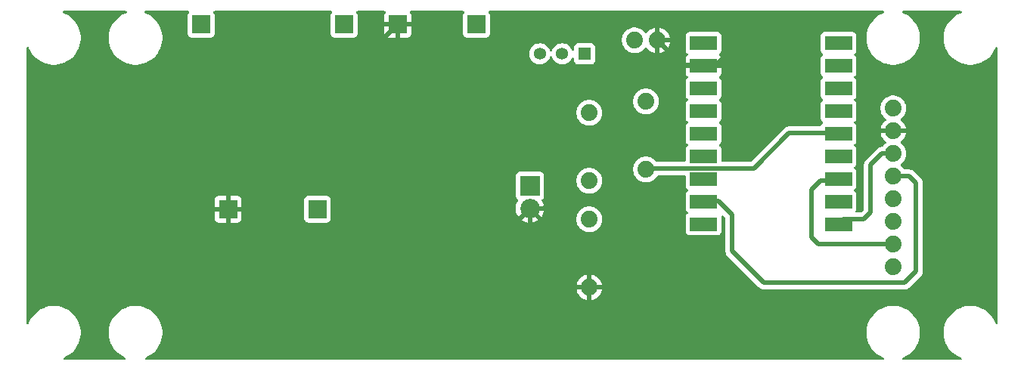
<source format=gbr>
%TF.GenerationSoftware,KiCad,Pcbnew,9.0.6*%
%TF.CreationDate,2026-01-09T06:42:04-06:00*%
%TF.ProjectId,weather_station1,77656174-6865-4725-9f73-746174696f6e,V1.10*%
%TF.SameCoordinates,Original*%
%TF.FileFunction,Copper,L2,Bot*%
%TF.FilePolarity,Positive*%
%FSLAX46Y46*%
G04 Gerber Fmt 4.6, Leading zero omitted, Abs format (unit mm)*
G04 Created by KiCad (PCBNEW 9.0.6) date 2026-01-09 06:42:04*
%MOMM*%
%LPD*%
G01*
G04 APERTURE LIST*
%TA.AperFunction,ComponentPad*%
%ADD10R,3.010000X1.510000*%
%TD*%
%TA.AperFunction,ComponentPad*%
%ADD11C,1.879600*%
%TD*%
%TA.AperFunction,ComponentPad*%
%ADD12R,2.175000X2.175000*%
%TD*%
%TA.AperFunction,ComponentPad*%
%ADD13C,2.175000*%
%TD*%
%TA.AperFunction,ComponentPad*%
%ADD14R,1.354000X1.354000*%
%TD*%
%TA.AperFunction,ComponentPad*%
%ADD15C,1.354000*%
%TD*%
%TA.AperFunction,ComponentPad*%
%ADD16R,2.000000X2.000000*%
%TD*%
%TA.AperFunction,Conductor*%
%ADD17C,0.508000*%
%TD*%
G04 APERTURE END LIST*
D10*
%TO.P,U1,1,VCC*%
%TO.N,5V*%
X160115000Y-99613000D03*
%TO.P,U1,2,GND*%
%TO.N,GND*%
X160115000Y-102150500D03*
%TO.P,U1,3,V3V*%
%TO.N,/3.3V*%
X160115000Y-104688000D03*
%TO.P,U1,4,IO0*%
%TO.N,/BAT_LEVEL*%
X160115000Y-107225500D03*
%TO.P,U1,5,IO1*%
%TO.N,/D{slash}C*%
X160115000Y-109763000D03*
%TO.P,U1,6,IO2*%
%TO.N,unconnected-(U1-IO2-Pad6)*%
X160115000Y-112300500D03*
%TO.P,U1,7,IO3*%
%TO.N,/BUSY*%
X160115000Y-114838000D03*
%TO.P,U1,8,IO4*%
%TO.N,/SCL*%
X160115000Y-117375500D03*
%TO.P,U1,9,IO5*%
%TO.N,unconnected-(U1-IO5-Pad9)*%
X160115000Y-119913000D03*
%TO.P,U1,10,IO6*%
%TO.N,/SDA*%
X175215000Y-119913000D03*
%TO.P,U1,11,IO7*%
%TO.N,/CS*%
X175215000Y-117375500D03*
%TO.P,U1,12,IO8*%
%TO.N,/RES*%
X175215000Y-114838000D03*
%TO.P,U1,13,IO9*%
%TO.N,unconnected-(U1-IO9-Pad13)*%
X175215000Y-112300500D03*
%TO.P,U1,14,IO10*%
%TO.N,Net-(U1-IO10)*%
X175215000Y-109763000D03*
%TO.P,U1,15,IO18*%
%TO.N,unconnected-(U1-IO18-Pad15)*%
X175215000Y-107225500D03*
%TO.P,U1,16,IO19*%
%TO.N,unconnected-(U1-IO19-Pad16)*%
X175215000Y-104688000D03*
%TO.P,U1,17,IO20*%
%TO.N,unconnected-(U1-IO20-Pad17)*%
X175215000Y-102150500D03*
%TO.P,U1,18,IO21*%
%TO.N,unconnected-(U1-IO21-Pad18)*%
X175215000Y-99613000D03*
%TD*%
D11*
%TO.P,R3,2*%
%TO.N,Net-(D1-A)*%
X153670000Y-106162000D03*
%TO.P,R3,1*%
%TO.N,Net-(U1-IO10)*%
X153670000Y-113782000D03*
%TD*%
%TO.P,D1,2,A*%
%TO.N,Net-(D1-A)*%
X152400000Y-99314000D03*
%TO.P,D1,1,K*%
%TO.N,GND*%
X154940000Y-99314000D03*
%TD*%
%TO.P,J1,8,Pin_8*%
%TO.N,/BUSY*%
X181356000Y-124714000D03*
%TO.P,J1,7,Pin_7*%
%TO.N,/RES*%
X181356000Y-122174000D03*
%TO.P,J1,6,Pin_6*%
%TO.N,/D{slash}C*%
X181356000Y-119634000D03*
%TO.P,J1,5,Pin_5*%
%TO.N,/CS*%
X181356000Y-117094000D03*
%TO.P,J1,4,Pin_4*%
%TO.N,/SCL*%
X181356000Y-114554000D03*
%TO.P,J1,3,Pin_3*%
%TO.N,/SDA*%
X181356000Y-112014000D03*
%TO.P,J1,2,Pin_2*%
%TO.N,GND*%
X181356000Y-109474000D03*
%TO.P,J1,1,Pin_1*%
%TO.N,/3.3V*%
X181356000Y-106934000D03*
%TD*%
D12*
%TO.P,J3,1,1*%
%TO.N,/BAT_OUT*%
X140666000Y-115612750D03*
D13*
%TO.P,J3,2,2*%
%TO.N,GND*%
X140666000Y-118152750D03*
%TD*%
D14*
%TO.P,SW1,1,NC*%
%TO.N,unconnected-(SW1-NC-Pad1)*%
X146772000Y-100838000D03*
D15*
%TO.P,SW1,2,COM*%
%TO.N,/BAT_OUT*%
X144272000Y-100838000D03*
%TO.P,SW1,3,NO*%
%TO.N,/BAT+*%
X141772000Y-100838000D03*
%TD*%
D11*
%TO.P,R1,1*%
%TO.N,/BAT_LEVEL*%
X147320000Y-115052000D03*
%TO.P,R1,2*%
%TO.N,/BAT_OUT*%
X147320000Y-107432000D03*
%TD*%
%TO.P,R2,1*%
%TO.N,GND*%
X147320000Y-126990000D03*
%TO.P,R2,2*%
%TO.N,/BAT_LEVEL*%
X147320000Y-119370000D03*
%TD*%
D16*
%TO.P,U2,1,VOUT+*%
%TO.N,5V*%
X134672000Y-97536000D03*
%TO.P,U2,2,VOUT-*%
%TO.N,GND*%
X125872000Y-97536000D03*
%TO.P,U2,3,IN+*%
%TO.N,unconnected-(U2-IN+-Pad3)*%
X119872000Y-97536000D03*
%TO.P,U2,4,IN-*%
%TO.N,unconnected-(U2-IN--Pad4)*%
X103872000Y-97536000D03*
%TO.P,U2,5,BAT-*%
%TO.N,GND*%
X106872000Y-118236000D03*
%TO.P,U2,6,BAT+*%
%TO.N,/BAT+*%
X116872000Y-118236000D03*
%TD*%
D17*
%TO.N,GND*%
X140412000Y-122174000D02*
X140666000Y-122428000D01*
X140666000Y-122428000D02*
X140666000Y-125426000D01*
X106872000Y-120588000D02*
X108458000Y-122174000D01*
X108458000Y-122174000D02*
X140412000Y-122174000D01*
X106872000Y-118236000D02*
X106872000Y-120588000D01*
X106872000Y-116536000D02*
X125872000Y-97536000D01*
X106872000Y-118236000D02*
X106872000Y-116536000D01*
X142250000Y-126990000D02*
X147320000Y-126990000D01*
X142240000Y-127000000D02*
X142250000Y-126990000D01*
X140666000Y-125426000D02*
X142240000Y-127000000D01*
X140666000Y-118152750D02*
X140666000Y-122428000D01*
X156720500Y-102105500D02*
X156464000Y-102362000D01*
X156464000Y-102362000D02*
X156464000Y-107188000D01*
X160160000Y-102105500D02*
X156720500Y-102105500D01*
X142203957Y-118152750D02*
X140666000Y-118152750D01*
X143510000Y-116846707D02*
X142203957Y-118152750D01*
X143510000Y-114554000D02*
X143510000Y-116846707D01*
X151130000Y-112522000D02*
X145542000Y-112522000D01*
X156464000Y-107188000D02*
X151130000Y-112522000D01*
X156464000Y-100838000D02*
X156464000Y-102362000D01*
X154940000Y-99314000D02*
X156464000Y-100838000D01*
X145542000Y-112522000D02*
X143510000Y-114554000D01*
%TO.N,Net-(U1-IO10)*%
X153776400Y-113675600D02*
X153670000Y-113782000D01*
X165724400Y-113675600D02*
X153776400Y-113675600D01*
X169672000Y-109728000D02*
X165724400Y-113675600D01*
X175250000Y-109728000D02*
X175260000Y-109718000D01*
X169672000Y-109728000D02*
X175250000Y-109728000D01*
%TO.N,/SCL*%
X163322000Y-122936000D02*
X166878000Y-126492000D01*
X163322000Y-118872000D02*
X163322000Y-122936000D01*
X166878000Y-126492000D02*
X182626000Y-126492000D01*
X161780500Y-117330500D02*
X163322000Y-118872000D01*
X160160000Y-117330500D02*
X161780500Y-117330500D01*
%TO.N,/SDA*%
X180086000Y-112014000D02*
X181356000Y-112014000D01*
X178816000Y-118618000D02*
X178816000Y-113284000D01*
X178054000Y-119380000D02*
X178816000Y-118618000D01*
X178816000Y-113284000D02*
X180086000Y-112014000D01*
X175748000Y-119380000D02*
X178054000Y-119380000D01*
X175260000Y-119868000D02*
X175748000Y-119380000D01*
%TO.N,/RES*%
X174991000Y-115062000D02*
X175260000Y-114793000D01*
X172212000Y-121412000D02*
X172212000Y-116078000D01*
X173228000Y-115062000D02*
X174991000Y-115062000D01*
X172974000Y-122174000D02*
X172212000Y-121412000D01*
X181356000Y-122174000D02*
X172974000Y-122174000D01*
X172212000Y-116078000D02*
X173228000Y-115062000D01*
%TO.N,/SCL*%
X181356000Y-114554000D02*
X183134000Y-114554000D01*
X183134000Y-114554000D02*
X183896000Y-115316000D01*
X183896000Y-125222000D02*
X182626000Y-126492000D01*
X183896000Y-115316000D02*
X183896000Y-125222000D01*
%TO.N,GND*%
X160160000Y-102105500D02*
X161546500Y-102105500D01*
X179324000Y-109474000D02*
X181356000Y-109474000D01*
X178054000Y-97790000D02*
X178054000Y-108204000D01*
X161546500Y-102105500D02*
X167132000Y-96520000D01*
X167132000Y-96520000D02*
X176784000Y-96520000D01*
X178054000Y-108204000D02*
X179324000Y-109474000D01*
X176784000Y-96520000D02*
X178054000Y-97790000D01*
%TD*%
%TA.AperFunction,Conductor*%
%TO.N,GND*%
G36*
X95481739Y-96032185D02*
G01*
X95527494Y-96084989D01*
X95537438Y-96154147D01*
X95508413Y-96217703D01*
X95455655Y-96253541D01*
X95369945Y-96283532D01*
X95066316Y-96429752D01*
X94780962Y-96609053D01*
X94517477Y-96819174D01*
X94279174Y-97057477D01*
X94069053Y-97320962D01*
X93889752Y-97606316D01*
X93743532Y-97909945D01*
X93632227Y-98228034D01*
X93632223Y-98228046D01*
X93557233Y-98556602D01*
X93557231Y-98556618D01*
X93519500Y-98891491D01*
X93519500Y-99228508D01*
X93557231Y-99563381D01*
X93557233Y-99563397D01*
X93632223Y-99891953D01*
X93632227Y-99891965D01*
X93743532Y-100210054D01*
X93889752Y-100513683D01*
X93889754Y-100513686D01*
X94069054Y-100799039D01*
X94214176Y-100981017D01*
X94259583Y-101037956D01*
X94279175Y-101062523D01*
X94517477Y-101300825D01*
X94780961Y-101510946D01*
X95066314Y-101690246D01*
X95369949Y-101836469D01*
X95552939Y-101900500D01*
X95688034Y-101947772D01*
X95688046Y-101947776D01*
X96016606Y-102022767D01*
X96351492Y-102060499D01*
X96351493Y-102060500D01*
X96351496Y-102060500D01*
X96688507Y-102060500D01*
X96688507Y-102060499D01*
X97023394Y-102022767D01*
X97351954Y-101947776D01*
X97670051Y-101836469D01*
X97973686Y-101690246D01*
X98259039Y-101510946D01*
X98522523Y-101300825D01*
X98760825Y-101062523D01*
X98970946Y-100799039D01*
X99004694Y-100745329D01*
X140594500Y-100745329D01*
X140594500Y-100930671D01*
X140611492Y-101037954D01*
X140623494Y-101113732D01*
X140680769Y-101290007D01*
X140764911Y-101455143D01*
X140764912Y-101455144D01*
X140873853Y-101605090D01*
X141004910Y-101736147D01*
X141034068Y-101757331D01*
X141154856Y-101845088D01*
X141319992Y-101929230D01*
X141319994Y-101929230D01*
X141319997Y-101929232D01*
X141496268Y-101986506D01*
X141679329Y-102015500D01*
X141679330Y-102015500D01*
X141864670Y-102015500D01*
X141864671Y-102015500D01*
X142047732Y-101986506D01*
X142224003Y-101929232D01*
X142389144Y-101845088D01*
X142539090Y-101736147D01*
X142670147Y-101605090D01*
X142779088Y-101455144D01*
X142863232Y-101290003D01*
X142904069Y-101164320D01*
X142943507Y-101106644D01*
X143007865Y-101079446D01*
X143076712Y-101091361D01*
X143128187Y-101138605D01*
X143139931Y-101164320D01*
X143180158Y-101288127D01*
X143180769Y-101290005D01*
X143212667Y-101352609D01*
X143264912Y-101455144D01*
X143373853Y-101605090D01*
X143504910Y-101736147D01*
X143534068Y-101757331D01*
X143654856Y-101845088D01*
X143819992Y-101929230D01*
X143819994Y-101929230D01*
X143819997Y-101929232D01*
X143996268Y-101986506D01*
X144179329Y-102015500D01*
X144179330Y-102015500D01*
X144364670Y-102015500D01*
X144364671Y-102015500D01*
X144547732Y-101986506D01*
X144724003Y-101929232D01*
X144889144Y-101845088D01*
X145039090Y-101736147D01*
X145170147Y-101605090D01*
X145279088Y-101455144D01*
X145360016Y-101296313D01*
X145407989Y-101245519D01*
X145475810Y-101228724D01*
X145541945Y-101251261D01*
X145585397Y-101305976D01*
X145594500Y-101352609D01*
X145594500Y-101562869D01*
X145594501Y-101562876D01*
X145600908Y-101622483D01*
X145651202Y-101757328D01*
X145651206Y-101757335D01*
X145737452Y-101872544D01*
X145737455Y-101872547D01*
X145852664Y-101958793D01*
X145852671Y-101958797D01*
X145987517Y-102009091D01*
X145987516Y-102009091D01*
X145994444Y-102009835D01*
X146047127Y-102015500D01*
X147496872Y-102015499D01*
X147556483Y-102009091D01*
X147691331Y-101958796D01*
X147806546Y-101872546D01*
X147892796Y-101757331D01*
X147943091Y-101622483D01*
X147949500Y-101562873D01*
X147949499Y-100113128D01*
X147943091Y-100053517D01*
X147892796Y-99918669D01*
X147892795Y-99918668D01*
X147892793Y-99918664D01*
X147806547Y-99803455D01*
X147806544Y-99803452D01*
X147691335Y-99717206D01*
X147691328Y-99717202D01*
X147556482Y-99666908D01*
X147556483Y-99666908D01*
X147496883Y-99660501D01*
X147496881Y-99660500D01*
X147496873Y-99660500D01*
X147496864Y-99660500D01*
X146047129Y-99660500D01*
X146047123Y-99660501D01*
X145987516Y-99666908D01*
X145852671Y-99717202D01*
X145852664Y-99717206D01*
X145737455Y-99803452D01*
X145737452Y-99803455D01*
X145651206Y-99918664D01*
X145651202Y-99918671D01*
X145600908Y-100053517D01*
X145598966Y-100071586D01*
X145594501Y-100113123D01*
X145594500Y-100113135D01*
X145594500Y-100323388D01*
X145574815Y-100390427D01*
X145522011Y-100436182D01*
X145452853Y-100446126D01*
X145389297Y-100417101D01*
X145360015Y-100379683D01*
X145279088Y-100220856D01*
X145218884Y-100137991D01*
X145170147Y-100070910D01*
X145039090Y-99939853D01*
X144973161Y-99891953D01*
X144889143Y-99830911D01*
X144724007Y-99746769D01*
X144547732Y-99689494D01*
X144364671Y-99660500D01*
X144179329Y-99660500D01*
X144087798Y-99674997D01*
X143996267Y-99689494D01*
X143819992Y-99746769D01*
X143654856Y-99830911D01*
X143504909Y-99939853D01*
X143373853Y-100070909D01*
X143264911Y-100220856D01*
X143180769Y-100385992D01*
X143139931Y-100511680D01*
X143100493Y-100569355D01*
X143036134Y-100596553D01*
X142967288Y-100584638D01*
X142915812Y-100537394D01*
X142904069Y-100511680D01*
X142873338Y-100417101D01*
X142863232Y-100385997D01*
X142863230Y-100385994D01*
X142863230Y-100385992D01*
X142779088Y-100220856D01*
X142718884Y-100137991D01*
X142670147Y-100070910D01*
X142539090Y-99939853D01*
X142473161Y-99891953D01*
X142389143Y-99830911D01*
X142224007Y-99746769D01*
X142047732Y-99689494D01*
X141864671Y-99660500D01*
X141679329Y-99660500D01*
X141587798Y-99674997D01*
X141496267Y-99689494D01*
X141319992Y-99746769D01*
X141154856Y-99830911D01*
X141004909Y-99939853D01*
X140873853Y-100070909D01*
X140764911Y-100220856D01*
X140680769Y-100385992D01*
X140623494Y-100562267D01*
X140594500Y-100745329D01*
X99004694Y-100745329D01*
X99150246Y-100513686D01*
X99296469Y-100210051D01*
X99407776Y-99891954D01*
X99482767Y-99563394D01*
X99520500Y-99228504D01*
X99520500Y-99200646D01*
X150959700Y-99200646D01*
X150959700Y-99427353D01*
X150995165Y-99651272D01*
X151065219Y-99866880D01*
X151065220Y-99866883D01*
X151091607Y-99918669D01*
X151168013Y-100068623D01*
X151168147Y-100068885D01*
X151301394Y-100252286D01*
X151301398Y-100252291D01*
X151461708Y-100412601D01*
X151461713Y-100412605D01*
X151598080Y-100511680D01*
X151645118Y-100545855D01*
X151771653Y-100610328D01*
X151847116Y-100648779D01*
X151847119Y-100648780D01*
X151954923Y-100683807D01*
X152062729Y-100718835D01*
X152286646Y-100754300D01*
X152286647Y-100754300D01*
X152513353Y-100754300D01*
X152513354Y-100754300D01*
X152737271Y-100718835D01*
X152952883Y-100648779D01*
X153154882Y-100545855D01*
X153338293Y-100412600D01*
X153498600Y-100252293D01*
X153569990Y-100154031D01*
X153625320Y-100111365D01*
X153694933Y-100105386D01*
X153756728Y-100137991D01*
X153770627Y-100154031D01*
X153841776Y-100251961D01*
X154002034Y-100412219D01*
X154002039Y-100412223D01*
X154185376Y-100545424D01*
X154387311Y-100648316D01*
X154602838Y-100718344D01*
X154690000Y-100732149D01*
X154690000Y-99756251D01*
X154743919Y-99787381D01*
X154873120Y-99822000D01*
X155006880Y-99822000D01*
X155136081Y-99787381D01*
X155190000Y-99756251D01*
X155190000Y-100732148D01*
X155277161Y-100718344D01*
X155492688Y-100648316D01*
X155694623Y-100545424D01*
X155877960Y-100412223D01*
X155877965Y-100412219D01*
X156038219Y-100251965D01*
X156038223Y-100251960D01*
X156171424Y-100068623D01*
X156274316Y-99866688D01*
X156344346Y-99651158D01*
X156344346Y-99651155D01*
X156358151Y-99564000D01*
X155382251Y-99564000D01*
X155413381Y-99510081D01*
X155448000Y-99380880D01*
X155448000Y-99247120D01*
X155413381Y-99117919D01*
X155382251Y-99064000D01*
X156358151Y-99064000D01*
X156344346Y-98976844D01*
X156344346Y-98976841D01*
X156301549Y-98845124D01*
X156274316Y-98761311D01*
X156171424Y-98559376D01*
X156038223Y-98376039D01*
X156038219Y-98376034D01*
X155877965Y-98215780D01*
X155877960Y-98215776D01*
X155694623Y-98082575D01*
X155492688Y-97979683D01*
X155277156Y-97909653D01*
X155190000Y-97895848D01*
X155190000Y-98871748D01*
X155136081Y-98840619D01*
X155006880Y-98806000D01*
X154873120Y-98806000D01*
X154743919Y-98840619D01*
X154690000Y-98871748D01*
X154690000Y-97895848D01*
X154602844Y-97909653D01*
X154602841Y-97909653D01*
X154387311Y-97979683D01*
X154185376Y-98082575D01*
X154002039Y-98215776D01*
X154002034Y-98215780D01*
X153841780Y-98376034D01*
X153841776Y-98376039D01*
X153770627Y-98473968D01*
X153715297Y-98516634D01*
X153645684Y-98522613D01*
X153583889Y-98490007D01*
X153569991Y-98473968D01*
X153498605Y-98375712D01*
X153338291Y-98215398D01*
X153338286Y-98215394D01*
X153154885Y-98082147D01*
X153154884Y-98082146D01*
X153154882Y-98082145D01*
X153064318Y-98036000D01*
X152952883Y-97979220D01*
X152952880Y-97979219D01*
X152737272Y-97909165D01*
X152625312Y-97891432D01*
X152513354Y-97873700D01*
X152286646Y-97873700D01*
X152212007Y-97885521D01*
X152062727Y-97909165D01*
X151847119Y-97979219D01*
X151847116Y-97979220D01*
X151645114Y-98082147D01*
X151461713Y-98215394D01*
X151461708Y-98215398D01*
X151301398Y-98375708D01*
X151301394Y-98375713D01*
X151168147Y-98559114D01*
X151065220Y-98761116D01*
X151065219Y-98761119D01*
X150995165Y-98976727D01*
X150959700Y-99200646D01*
X99520500Y-99200646D01*
X99520500Y-98891496D01*
X99482767Y-98556606D01*
X99407776Y-98228046D01*
X99296469Y-97909949D01*
X99150246Y-97606314D01*
X98970946Y-97320961D01*
X98760825Y-97057477D01*
X98522523Y-96819175D01*
X98259039Y-96609054D01*
X97973686Y-96429754D01*
X97973683Y-96429752D01*
X97670054Y-96283532D01*
X97584345Y-96253541D01*
X97527569Y-96212819D01*
X97501822Y-96147867D01*
X97515278Y-96079305D01*
X97563666Y-96028902D01*
X97625300Y-96012500D01*
X102390965Y-96012500D01*
X102458004Y-96032185D01*
X102503759Y-96084989D01*
X102513703Y-96154147D01*
X102490231Y-96210811D01*
X102428206Y-96293664D01*
X102428202Y-96293671D01*
X102377908Y-96428517D01*
X102371501Y-96488116D01*
X102371501Y-96488123D01*
X102371500Y-96488135D01*
X102371500Y-98583870D01*
X102371501Y-98583876D01*
X102377908Y-98643483D01*
X102428202Y-98778328D01*
X102428206Y-98778335D01*
X102514452Y-98893544D01*
X102514455Y-98893547D01*
X102629664Y-98979793D01*
X102629671Y-98979797D01*
X102764517Y-99030091D01*
X102764516Y-99030091D01*
X102771444Y-99030835D01*
X102824127Y-99036500D01*
X104919872Y-99036499D01*
X104979483Y-99030091D01*
X105114331Y-98979796D01*
X105229546Y-98893546D01*
X105315796Y-98778331D01*
X105366091Y-98643483D01*
X105372500Y-98583873D01*
X105372499Y-96488128D01*
X105366091Y-96428517D01*
X105315886Y-96293911D01*
X105315797Y-96293671D01*
X105315793Y-96293664D01*
X105253769Y-96210811D01*
X105229351Y-96145347D01*
X105244202Y-96077074D01*
X105293607Y-96027668D01*
X105353035Y-96012500D01*
X118390965Y-96012500D01*
X118458004Y-96032185D01*
X118503759Y-96084989D01*
X118513703Y-96154147D01*
X118490231Y-96210811D01*
X118428206Y-96293664D01*
X118428202Y-96293671D01*
X118377908Y-96428517D01*
X118371501Y-96488116D01*
X118371501Y-96488123D01*
X118371500Y-96488135D01*
X118371500Y-98583870D01*
X118371501Y-98583876D01*
X118377908Y-98643483D01*
X118428202Y-98778328D01*
X118428206Y-98778335D01*
X118514452Y-98893544D01*
X118514455Y-98893547D01*
X118629664Y-98979793D01*
X118629671Y-98979797D01*
X118764517Y-99030091D01*
X118764516Y-99030091D01*
X118771444Y-99030835D01*
X118824127Y-99036500D01*
X120919872Y-99036499D01*
X120979483Y-99030091D01*
X121114331Y-98979796D01*
X121229546Y-98893546D01*
X121315796Y-98778331D01*
X121366091Y-98643483D01*
X121372500Y-98583873D01*
X121372499Y-97470174D01*
X121372499Y-96488129D01*
X121372498Y-96488123D01*
X121372497Y-96488116D01*
X121366091Y-96428517D01*
X121315886Y-96293911D01*
X121315797Y-96293671D01*
X121315793Y-96293664D01*
X121253769Y-96210811D01*
X121229351Y-96145347D01*
X121244202Y-96077074D01*
X121293607Y-96027668D01*
X121353035Y-96012500D01*
X124391589Y-96012500D01*
X124458628Y-96032185D01*
X124504383Y-96084989D01*
X124514327Y-96154147D01*
X124490856Y-96210811D01*
X124428646Y-96293911D01*
X124428645Y-96293913D01*
X124378403Y-96428620D01*
X124378401Y-96428627D01*
X124372000Y-96488155D01*
X124372000Y-97286000D01*
X125438988Y-97286000D01*
X125406075Y-97343007D01*
X125372000Y-97470174D01*
X125372000Y-97601826D01*
X125406075Y-97728993D01*
X125438988Y-97786000D01*
X124372000Y-97786000D01*
X124372000Y-98583844D01*
X124378401Y-98643372D01*
X124378403Y-98643379D01*
X124428645Y-98778086D01*
X124428649Y-98778093D01*
X124514809Y-98893187D01*
X124514812Y-98893190D01*
X124629906Y-98979350D01*
X124629913Y-98979354D01*
X124764620Y-99029596D01*
X124764627Y-99029598D01*
X124824155Y-99035999D01*
X124824172Y-99036000D01*
X125622000Y-99036000D01*
X125622000Y-97969012D01*
X125679007Y-98001925D01*
X125806174Y-98036000D01*
X125937826Y-98036000D01*
X126064993Y-98001925D01*
X126122000Y-97969012D01*
X126122000Y-99036000D01*
X126919828Y-99036000D01*
X126919844Y-99035999D01*
X126979372Y-99029598D01*
X126979379Y-99029596D01*
X127114086Y-98979354D01*
X127114093Y-98979350D01*
X127229187Y-98893190D01*
X127229190Y-98893187D01*
X127315350Y-98778093D01*
X127315354Y-98778086D01*
X127365596Y-98643379D01*
X127365598Y-98643372D01*
X127371999Y-98583844D01*
X127372000Y-98583827D01*
X127372000Y-97786000D01*
X126305012Y-97786000D01*
X126337925Y-97728993D01*
X126372000Y-97601826D01*
X126372000Y-97470174D01*
X126337925Y-97343007D01*
X126305012Y-97286000D01*
X127372000Y-97286000D01*
X127372000Y-96488172D01*
X127371999Y-96488155D01*
X127365598Y-96428627D01*
X127365596Y-96428620D01*
X127315354Y-96293913D01*
X127315353Y-96293911D01*
X127253144Y-96210811D01*
X127228727Y-96145347D01*
X127243578Y-96077074D01*
X127292983Y-96027668D01*
X127352411Y-96012500D01*
X133190965Y-96012500D01*
X133258004Y-96032185D01*
X133303759Y-96084989D01*
X133313703Y-96154147D01*
X133290231Y-96210811D01*
X133228206Y-96293664D01*
X133228202Y-96293671D01*
X133177908Y-96428517D01*
X133171501Y-96488116D01*
X133171501Y-96488123D01*
X133171500Y-96488135D01*
X133171500Y-98583870D01*
X133171501Y-98583876D01*
X133177908Y-98643483D01*
X133228202Y-98778328D01*
X133228206Y-98778335D01*
X133314452Y-98893544D01*
X133314455Y-98893547D01*
X133429664Y-98979793D01*
X133429671Y-98979797D01*
X133564517Y-99030091D01*
X133564516Y-99030091D01*
X133571444Y-99030835D01*
X133624127Y-99036500D01*
X135719872Y-99036499D01*
X135779483Y-99030091D01*
X135914331Y-98979796D01*
X136029546Y-98893546D01*
X136115796Y-98778331D01*
X136166091Y-98643483D01*
X136172500Y-98583873D01*
X136172499Y-96488128D01*
X136166091Y-96428517D01*
X136115886Y-96293911D01*
X136115797Y-96293671D01*
X136115793Y-96293664D01*
X136053769Y-96210811D01*
X136029351Y-96145347D01*
X136044202Y-96077074D01*
X136093607Y-96027668D01*
X136153035Y-96012500D01*
X180230700Y-96012500D01*
X180297739Y-96032185D01*
X180343494Y-96084989D01*
X180353438Y-96154147D01*
X180324413Y-96217703D01*
X180271655Y-96253541D01*
X180185945Y-96283532D01*
X179882316Y-96429752D01*
X179596962Y-96609053D01*
X179333477Y-96819174D01*
X179095174Y-97057477D01*
X178885053Y-97320962D01*
X178705752Y-97606316D01*
X178559532Y-97909945D01*
X178448227Y-98228034D01*
X178448223Y-98228046D01*
X178373233Y-98556602D01*
X178373231Y-98556618D01*
X178335500Y-98891491D01*
X178335500Y-99228508D01*
X178373231Y-99563381D01*
X178373233Y-99563397D01*
X178448223Y-99891953D01*
X178448227Y-99891965D01*
X178559532Y-100210054D01*
X178705752Y-100513683D01*
X178705754Y-100513686D01*
X178885054Y-100799039D01*
X179030176Y-100981017D01*
X179075583Y-101037956D01*
X179095175Y-101062523D01*
X179333477Y-101300825D01*
X179596961Y-101510946D01*
X179882314Y-101690246D01*
X180185949Y-101836469D01*
X180368939Y-101900500D01*
X180504034Y-101947772D01*
X180504046Y-101947776D01*
X180832606Y-102022767D01*
X181167492Y-102060499D01*
X181167493Y-102060500D01*
X181167496Y-102060500D01*
X181504507Y-102060500D01*
X181504507Y-102060499D01*
X181839394Y-102022767D01*
X182167954Y-101947776D01*
X182486051Y-101836469D01*
X182789686Y-101690246D01*
X183075039Y-101510946D01*
X183338523Y-101300825D01*
X183576825Y-101062523D01*
X183786946Y-100799039D01*
X183966246Y-100513686D01*
X184112469Y-100210051D01*
X184223776Y-99891954D01*
X184298767Y-99563394D01*
X184336500Y-99228504D01*
X184336500Y-98891496D01*
X184298767Y-98556606D01*
X184223776Y-98228046D01*
X184112469Y-97909949D01*
X183966246Y-97606314D01*
X183786946Y-97320961D01*
X183576825Y-97057477D01*
X183338523Y-96819175D01*
X183075039Y-96609054D01*
X182789686Y-96429754D01*
X182789683Y-96429752D01*
X182486054Y-96283532D01*
X182400345Y-96253541D01*
X182343569Y-96212819D01*
X182317822Y-96147867D01*
X182331278Y-96079305D01*
X182379666Y-96028902D01*
X182441300Y-96012500D01*
X188886700Y-96012500D01*
X188953739Y-96032185D01*
X188999494Y-96084989D01*
X189009438Y-96154147D01*
X188980413Y-96217703D01*
X188927655Y-96253541D01*
X188841945Y-96283532D01*
X188538316Y-96429752D01*
X188252962Y-96609053D01*
X187989477Y-96819174D01*
X187751174Y-97057477D01*
X187541053Y-97320962D01*
X187361752Y-97606316D01*
X187215532Y-97909945D01*
X187104227Y-98228034D01*
X187104223Y-98228046D01*
X187029233Y-98556602D01*
X187029231Y-98556618D01*
X186991500Y-98891491D01*
X186991500Y-99228508D01*
X187029231Y-99563381D01*
X187029233Y-99563397D01*
X187104223Y-99891953D01*
X187104227Y-99891965D01*
X187215532Y-100210054D01*
X187361752Y-100513683D01*
X187361754Y-100513686D01*
X187541054Y-100799039D01*
X187686176Y-100981017D01*
X187731583Y-101037956D01*
X187751175Y-101062523D01*
X187989477Y-101300825D01*
X188252961Y-101510946D01*
X188538314Y-101690246D01*
X188841949Y-101836469D01*
X189024939Y-101900500D01*
X189160034Y-101947772D01*
X189160046Y-101947776D01*
X189488606Y-102022767D01*
X189823492Y-102060499D01*
X189823493Y-102060500D01*
X189823496Y-102060500D01*
X190160507Y-102060500D01*
X190160507Y-102060499D01*
X190495394Y-102022767D01*
X190823954Y-101947776D01*
X191142051Y-101836469D01*
X191445686Y-101690246D01*
X191731039Y-101510946D01*
X191994523Y-101300825D01*
X192232825Y-101062523D01*
X192442946Y-100799039D01*
X192622246Y-100513686D01*
X192768469Y-100210051D01*
X192798460Y-100124340D01*
X192839180Y-100067568D01*
X192904133Y-100041821D01*
X192972695Y-100055277D01*
X193023097Y-100103665D01*
X193039500Y-100165299D01*
X193039500Y-130974700D01*
X193019815Y-131041739D01*
X192967011Y-131087494D01*
X192897853Y-131097438D01*
X192834297Y-131068413D01*
X192798459Y-131015655D01*
X192784128Y-130974700D01*
X192768469Y-130929949D01*
X192622246Y-130626314D01*
X192442946Y-130340961D01*
X192232825Y-130077477D01*
X191994523Y-129839175D01*
X191731039Y-129629054D01*
X191445686Y-129449754D01*
X191445683Y-129449752D01*
X191142054Y-129303532D01*
X190823965Y-129192227D01*
X190823953Y-129192223D01*
X190495397Y-129117233D01*
X190495381Y-129117231D01*
X190160508Y-129079500D01*
X190160504Y-129079500D01*
X189823496Y-129079500D01*
X189823491Y-129079500D01*
X189488618Y-129117231D01*
X189488602Y-129117233D01*
X189160046Y-129192223D01*
X189160034Y-129192227D01*
X188841945Y-129303532D01*
X188538316Y-129449752D01*
X188252962Y-129629053D01*
X187989477Y-129839174D01*
X187751174Y-130077477D01*
X187541053Y-130340962D01*
X187361752Y-130626316D01*
X187215532Y-130929945D01*
X187104227Y-131248034D01*
X187104223Y-131248046D01*
X187029233Y-131576602D01*
X187029231Y-131576618D01*
X186991500Y-131911491D01*
X186991500Y-132248508D01*
X187029231Y-132583381D01*
X187029233Y-132583397D01*
X187104223Y-132911953D01*
X187104227Y-132911965D01*
X187215532Y-133230054D01*
X187361752Y-133533683D01*
X187361754Y-133533686D01*
X187541054Y-133819039D01*
X187751175Y-134082523D01*
X187989477Y-134320825D01*
X188252961Y-134530946D01*
X188538314Y-134710246D01*
X188841949Y-134856469D01*
X188898171Y-134876142D01*
X188922405Y-134884622D01*
X188979181Y-134925344D01*
X189004928Y-134990296D01*
X188991471Y-135058858D01*
X188943084Y-135109261D01*
X188881395Y-135125663D01*
X182454603Y-135122825D01*
X182387572Y-135103111D01*
X182341841Y-135050287D01*
X182331928Y-134981124D01*
X182360981Y-134917581D01*
X182413699Y-134881785D01*
X182486051Y-134856469D01*
X182789686Y-134710246D01*
X183075039Y-134530946D01*
X183338523Y-134320825D01*
X183576825Y-134082523D01*
X183786946Y-133819039D01*
X183966246Y-133533686D01*
X184112469Y-133230051D01*
X184223776Y-132911954D01*
X184298767Y-132583394D01*
X184336500Y-132248504D01*
X184336500Y-131911496D01*
X184298767Y-131576606D01*
X184223776Y-131248046D01*
X184112469Y-130929949D01*
X183966246Y-130626314D01*
X183786946Y-130340961D01*
X183576825Y-130077477D01*
X183338523Y-129839175D01*
X183075039Y-129629054D01*
X182789686Y-129449754D01*
X182789683Y-129449752D01*
X182486054Y-129303532D01*
X182167965Y-129192227D01*
X182167953Y-129192223D01*
X181839397Y-129117233D01*
X181839381Y-129117231D01*
X181504508Y-129079500D01*
X181504504Y-129079500D01*
X181167496Y-129079500D01*
X181167491Y-129079500D01*
X180832618Y-129117231D01*
X180832602Y-129117233D01*
X180504046Y-129192223D01*
X180504034Y-129192227D01*
X180185945Y-129303532D01*
X179882316Y-129449752D01*
X179596962Y-129629053D01*
X179333477Y-129839174D01*
X179095174Y-130077477D01*
X178885053Y-130340962D01*
X178705752Y-130626316D01*
X178559532Y-130929945D01*
X178448227Y-131248034D01*
X178448223Y-131248046D01*
X178373233Y-131576602D01*
X178373231Y-131576618D01*
X178335500Y-131911491D01*
X178335500Y-132248508D01*
X178373231Y-132583381D01*
X178373233Y-132583397D01*
X178448223Y-132911953D01*
X178448227Y-132911965D01*
X178559532Y-133230054D01*
X178705752Y-133533683D01*
X178705754Y-133533686D01*
X178885054Y-133819039D01*
X179095175Y-134082523D01*
X179333477Y-134320825D01*
X179596961Y-134530946D01*
X179882314Y-134710246D01*
X180185949Y-134856469D01*
X180253700Y-134880176D01*
X180255469Y-134880795D01*
X180312245Y-134921516D01*
X180337992Y-134986469D01*
X180324536Y-135055031D01*
X180276148Y-135105433D01*
X180214459Y-135121836D01*
X97737853Y-135085420D01*
X97670822Y-135065706D01*
X97625091Y-135012882D01*
X97615178Y-134943719D01*
X97644231Y-134880176D01*
X97684107Y-134849700D01*
X97973680Y-134710249D01*
X97973680Y-134710248D01*
X97973686Y-134710246D01*
X98259039Y-134530946D01*
X98522523Y-134320825D01*
X98760825Y-134082523D01*
X98970946Y-133819039D01*
X99150246Y-133533686D01*
X99296469Y-133230051D01*
X99407776Y-132911954D01*
X99482767Y-132583394D01*
X99520500Y-132248504D01*
X99520500Y-131911496D01*
X99482767Y-131576606D01*
X99407776Y-131248046D01*
X99296469Y-130929949D01*
X99150246Y-130626314D01*
X98970946Y-130340961D01*
X98760825Y-130077477D01*
X98522523Y-129839175D01*
X98259039Y-129629054D01*
X97973686Y-129449754D01*
X97973683Y-129449752D01*
X97670054Y-129303532D01*
X97351965Y-129192227D01*
X97351953Y-129192223D01*
X97023397Y-129117233D01*
X97023381Y-129117231D01*
X96688508Y-129079500D01*
X96688504Y-129079500D01*
X96351496Y-129079500D01*
X96351491Y-129079500D01*
X96016618Y-129117231D01*
X96016602Y-129117233D01*
X95688046Y-129192223D01*
X95688034Y-129192227D01*
X95369945Y-129303532D01*
X95066316Y-129449752D01*
X94780962Y-129629053D01*
X94517477Y-129839174D01*
X94279174Y-130077477D01*
X94069053Y-130340962D01*
X93889752Y-130626316D01*
X93743532Y-130929945D01*
X93632227Y-131248034D01*
X93632223Y-131248046D01*
X93557233Y-131576602D01*
X93557231Y-131576618D01*
X93519500Y-131911491D01*
X93519500Y-132248508D01*
X93557231Y-132583381D01*
X93557233Y-132583397D01*
X93632223Y-132911953D01*
X93632227Y-132911965D01*
X93743532Y-133230054D01*
X93889752Y-133533683D01*
X93889754Y-133533686D01*
X94069054Y-133819039D01*
X94279175Y-134082523D01*
X94517477Y-134320825D01*
X94780961Y-134530946D01*
X95066314Y-134710246D01*
X95066316Y-134710247D01*
X95353658Y-134848624D01*
X95405517Y-134895446D01*
X95423830Y-134962873D01*
X95402782Y-135029497D01*
X95349056Y-135074166D01*
X95299801Y-135084344D01*
X88602229Y-135081386D01*
X88535198Y-135061672D01*
X88489467Y-135008848D01*
X88479554Y-134939685D01*
X88508607Y-134876142D01*
X88548481Y-134845666D01*
X88829686Y-134710246D01*
X89115039Y-134530946D01*
X89378523Y-134320825D01*
X89616825Y-134082523D01*
X89826946Y-133819039D01*
X90006246Y-133533686D01*
X90152469Y-133230051D01*
X90263776Y-132911954D01*
X90338767Y-132583394D01*
X90376500Y-132248504D01*
X90376500Y-131911496D01*
X90338767Y-131576606D01*
X90263776Y-131248046D01*
X90152469Y-130929949D01*
X90006246Y-130626314D01*
X89826946Y-130340961D01*
X89616825Y-130077477D01*
X89378523Y-129839175D01*
X89115039Y-129629054D01*
X88829686Y-129449754D01*
X88829683Y-129449752D01*
X88526054Y-129303532D01*
X88207965Y-129192227D01*
X88207953Y-129192223D01*
X87879397Y-129117233D01*
X87879381Y-129117231D01*
X87544508Y-129079500D01*
X87544504Y-129079500D01*
X87207496Y-129079500D01*
X87207491Y-129079500D01*
X86872618Y-129117231D01*
X86872602Y-129117233D01*
X86544046Y-129192223D01*
X86544034Y-129192227D01*
X86225945Y-129303532D01*
X85922316Y-129449752D01*
X85636962Y-129629053D01*
X85373477Y-129839174D01*
X85135174Y-130077477D01*
X84925053Y-130340962D01*
X84745752Y-130626316D01*
X84599532Y-130929945D01*
X84569541Y-131015655D01*
X84528819Y-131072431D01*
X84463867Y-131098178D01*
X84395305Y-131084722D01*
X84344902Y-131036334D01*
X84328500Y-130974700D01*
X84328500Y-126740000D01*
X145901849Y-126740000D01*
X146944722Y-126740000D01*
X146900667Y-126816306D01*
X146870000Y-126930756D01*
X146870000Y-127049244D01*
X146900667Y-127163694D01*
X146944722Y-127240000D01*
X145901849Y-127240000D01*
X145915653Y-127327155D01*
X145915653Y-127327158D01*
X145985683Y-127542688D01*
X146088575Y-127744623D01*
X146221776Y-127927960D01*
X146221780Y-127927965D01*
X146382034Y-128088219D01*
X146382039Y-128088223D01*
X146565376Y-128221424D01*
X146767311Y-128324316D01*
X146982838Y-128394344D01*
X147070000Y-128408149D01*
X147070000Y-127365277D01*
X147146306Y-127409333D01*
X147260756Y-127440000D01*
X147379244Y-127440000D01*
X147493694Y-127409333D01*
X147570000Y-127365277D01*
X147570000Y-128408148D01*
X147657161Y-128394344D01*
X147872688Y-128324316D01*
X148074623Y-128221424D01*
X148257960Y-128088223D01*
X148257965Y-128088219D01*
X148418219Y-127927965D01*
X148418223Y-127927960D01*
X148551424Y-127744623D01*
X148654316Y-127542688D01*
X148724346Y-127327158D01*
X148724346Y-127327155D01*
X148738151Y-127240000D01*
X147695278Y-127240000D01*
X147739333Y-127163694D01*
X147770000Y-127049244D01*
X147770000Y-126930756D01*
X147739333Y-126816306D01*
X147695278Y-126740000D01*
X148738151Y-126740000D01*
X148724346Y-126652844D01*
X148724346Y-126652841D01*
X148654316Y-126437311D01*
X148551424Y-126235376D01*
X148418223Y-126052039D01*
X148418219Y-126052034D01*
X148257965Y-125891780D01*
X148257960Y-125891776D01*
X148074623Y-125758575D01*
X147872688Y-125655683D01*
X147657156Y-125585653D01*
X147570000Y-125571848D01*
X147570000Y-126614722D01*
X147493694Y-126570667D01*
X147379244Y-126540000D01*
X147260756Y-126540000D01*
X147146306Y-126570667D01*
X147070000Y-126614722D01*
X147070000Y-125571848D01*
X146982844Y-125585653D01*
X146982841Y-125585653D01*
X146767311Y-125655683D01*
X146565376Y-125758575D01*
X146382039Y-125891776D01*
X146382034Y-125891780D01*
X146221780Y-126052034D01*
X146221776Y-126052039D01*
X146088575Y-126235376D01*
X145985683Y-126437311D01*
X145915653Y-126652841D01*
X145915653Y-126652844D01*
X145901849Y-126740000D01*
X84328500Y-126740000D01*
X84328500Y-117188155D01*
X105372000Y-117188155D01*
X105372000Y-117986000D01*
X106438988Y-117986000D01*
X106406075Y-118043007D01*
X106372000Y-118170174D01*
X106372000Y-118301826D01*
X106406075Y-118428993D01*
X106438988Y-118486000D01*
X105372000Y-118486000D01*
X105372000Y-119283844D01*
X105378401Y-119343372D01*
X105378403Y-119343379D01*
X105428645Y-119478086D01*
X105428649Y-119478093D01*
X105514809Y-119593187D01*
X105514812Y-119593190D01*
X105629906Y-119679350D01*
X105629913Y-119679354D01*
X105764620Y-119729596D01*
X105764627Y-119729598D01*
X105824155Y-119735999D01*
X105824172Y-119736000D01*
X106622000Y-119736000D01*
X106622000Y-118669012D01*
X106679007Y-118701925D01*
X106806174Y-118736000D01*
X106937826Y-118736000D01*
X107064993Y-118701925D01*
X107122000Y-118669012D01*
X107122000Y-119736000D01*
X107919828Y-119736000D01*
X107919844Y-119735999D01*
X107979372Y-119729598D01*
X107979379Y-119729596D01*
X108114086Y-119679354D01*
X108114093Y-119679350D01*
X108229187Y-119593190D01*
X108229190Y-119593187D01*
X108315350Y-119478093D01*
X108315354Y-119478086D01*
X108365596Y-119343379D01*
X108365598Y-119343372D01*
X108371999Y-119283844D01*
X108372000Y-119283827D01*
X108372000Y-118486000D01*
X107305012Y-118486000D01*
X107337925Y-118428993D01*
X107372000Y-118301826D01*
X107372000Y-118170174D01*
X107337925Y-118043007D01*
X107305012Y-117986000D01*
X108372000Y-117986000D01*
X108372000Y-117188164D01*
X108371997Y-117188135D01*
X115371500Y-117188135D01*
X115371500Y-119283870D01*
X115371501Y-119283876D01*
X115377908Y-119343483D01*
X115428202Y-119478328D01*
X115428206Y-119478335D01*
X115514452Y-119593544D01*
X115514455Y-119593547D01*
X115629664Y-119679793D01*
X115629671Y-119679797D01*
X115764517Y-119730091D01*
X115764516Y-119730091D01*
X115771444Y-119730835D01*
X115824127Y-119736500D01*
X117919872Y-119736499D01*
X117979483Y-119730091D01*
X118114331Y-119679796D01*
X118229546Y-119593546D01*
X118315796Y-119478331D01*
X118366091Y-119343483D01*
X118372500Y-119283873D01*
X118372499Y-117188128D01*
X118366091Y-117128517D01*
X118315884Y-116993906D01*
X118315797Y-116993671D01*
X118315793Y-116993664D01*
X118229547Y-116878455D01*
X118229544Y-116878452D01*
X118114335Y-116792206D01*
X118114328Y-116792202D01*
X117979482Y-116741908D01*
X117979483Y-116741908D01*
X117919883Y-116735501D01*
X117919881Y-116735500D01*
X117919873Y-116735500D01*
X117919864Y-116735500D01*
X115824129Y-116735500D01*
X115824123Y-116735501D01*
X115764516Y-116741908D01*
X115629671Y-116792202D01*
X115629664Y-116792206D01*
X115514455Y-116878452D01*
X115514452Y-116878455D01*
X115428206Y-116993664D01*
X115428202Y-116993671D01*
X115377908Y-117128517D01*
X115372866Y-117175423D01*
X115371501Y-117188123D01*
X115371500Y-117188135D01*
X108371997Y-117188135D01*
X108365598Y-117128627D01*
X108365596Y-117128620D01*
X108315354Y-116993913D01*
X108315350Y-116993906D01*
X108229190Y-116878812D01*
X108229187Y-116878809D01*
X108114093Y-116792649D01*
X108114086Y-116792645D01*
X107979379Y-116742403D01*
X107979372Y-116742401D01*
X107919844Y-116736000D01*
X107122000Y-116736000D01*
X107122000Y-117802988D01*
X107064993Y-117770075D01*
X106937826Y-117736000D01*
X106806174Y-117736000D01*
X106679007Y-117770075D01*
X106622000Y-117802988D01*
X106622000Y-116736000D01*
X105824155Y-116736000D01*
X105764627Y-116742401D01*
X105764620Y-116742403D01*
X105629913Y-116792645D01*
X105629906Y-116792649D01*
X105514812Y-116878809D01*
X105514809Y-116878812D01*
X105428649Y-116993906D01*
X105428645Y-116993913D01*
X105378403Y-117128620D01*
X105378401Y-117128627D01*
X105372000Y-117188155D01*
X84328500Y-117188155D01*
X84328500Y-114477385D01*
X139078000Y-114477385D01*
X139078000Y-116748120D01*
X139078001Y-116748126D01*
X139084408Y-116807733D01*
X139134702Y-116942578D01*
X139134706Y-116942585D01*
X139173131Y-116993913D01*
X139220954Y-117057796D01*
X139303367Y-117119490D01*
X139345237Y-117175423D01*
X139350221Y-117245115D01*
X139329374Y-117291640D01*
X139308249Y-117320716D01*
X139194807Y-117543356D01*
X139117588Y-117781009D01*
X139078500Y-118027805D01*
X139078500Y-118277694D01*
X139117588Y-118524490D01*
X139194807Y-118762143D01*
X139308248Y-118984781D01*
X139380697Y-119084497D01*
X139380697Y-119084498D01*
X140007555Y-118457640D01*
X140023513Y-118496166D01*
X140102856Y-118614911D01*
X140203839Y-118715894D01*
X140322584Y-118795237D01*
X140361108Y-118811194D01*
X139734250Y-119438051D01*
X139833968Y-119510501D01*
X140056606Y-119623942D01*
X140294259Y-119701161D01*
X140541056Y-119740250D01*
X140790944Y-119740250D01*
X141037740Y-119701161D01*
X141275393Y-119623942D01*
X141498030Y-119510502D01*
X141597747Y-119438051D01*
X141597748Y-119438051D01*
X141499152Y-119339455D01*
X141416343Y-119256646D01*
X145879700Y-119256646D01*
X145879700Y-119483354D01*
X145897096Y-119593187D01*
X145915165Y-119707272D01*
X145985219Y-119922880D01*
X145985220Y-119922883D01*
X146088147Y-120124885D01*
X146221394Y-120308286D01*
X146221398Y-120308291D01*
X146381708Y-120468601D01*
X146381713Y-120468605D01*
X146524419Y-120572286D01*
X146565118Y-120601855D01*
X146671837Y-120656231D01*
X146767116Y-120704779D01*
X146767119Y-120704780D01*
X146852739Y-120732599D01*
X146982729Y-120774835D01*
X147206646Y-120810300D01*
X147206647Y-120810300D01*
X147433353Y-120810300D01*
X147433354Y-120810300D01*
X147657271Y-120774835D01*
X147872883Y-120704779D01*
X148074882Y-120601855D01*
X148258293Y-120468600D01*
X148418600Y-120308293D01*
X148551855Y-120124882D01*
X148654779Y-119922883D01*
X148724835Y-119707271D01*
X148760300Y-119483354D01*
X148760300Y-119256646D01*
X148724835Y-119032729D01*
X148661591Y-118838083D01*
X148654780Y-118817119D01*
X148654779Y-118817116D01*
X148602342Y-118714204D01*
X148551855Y-118615118D01*
X148500900Y-118544984D01*
X148418605Y-118431713D01*
X148418601Y-118431708D01*
X148258291Y-118271398D01*
X148258286Y-118271394D01*
X148074885Y-118138147D01*
X148074884Y-118138146D01*
X148074882Y-118138145D01*
X148010166Y-118105170D01*
X147872883Y-118035220D01*
X147872880Y-118035219D01*
X147657272Y-117965165D01*
X147545312Y-117947432D01*
X147433354Y-117929700D01*
X147206646Y-117929700D01*
X147133564Y-117941275D01*
X146982727Y-117965165D01*
X146767119Y-118035219D01*
X146767116Y-118035220D01*
X146565114Y-118138147D01*
X146381713Y-118271394D01*
X146381708Y-118271398D01*
X146221398Y-118431708D01*
X146221394Y-118431713D01*
X146088147Y-118615114D01*
X145985220Y-118817116D01*
X145985219Y-118817119D01*
X145915165Y-119032727D01*
X145882988Y-119235886D01*
X145879700Y-119256646D01*
X141416343Y-119256646D01*
X140970891Y-118811194D01*
X141009416Y-118795237D01*
X141128161Y-118715894D01*
X141229144Y-118614911D01*
X141308487Y-118496166D01*
X141324444Y-118457641D01*
X141951301Y-119084498D01*
X141951301Y-119084497D01*
X142023752Y-118984780D01*
X142137192Y-118762143D01*
X142214411Y-118524490D01*
X142253500Y-118277694D01*
X142253500Y-118027805D01*
X142214411Y-117781009D01*
X142137192Y-117543356D01*
X142023751Y-117320718D01*
X142002626Y-117291642D01*
X141979146Y-117225836D01*
X141994971Y-117157782D01*
X142028629Y-117119493D01*
X142111046Y-117057796D01*
X142197296Y-116942581D01*
X142247591Y-116807733D01*
X142254000Y-116748123D01*
X142253999Y-114938646D01*
X145879700Y-114938646D01*
X145879700Y-115165353D01*
X145915165Y-115389272D01*
X145985219Y-115604880D01*
X145985220Y-115604883D01*
X146044188Y-115720612D01*
X146084320Y-115799376D01*
X146088147Y-115806885D01*
X146221394Y-115990286D01*
X146221398Y-115990291D01*
X146381708Y-116150601D01*
X146381713Y-116150605D01*
X146457981Y-116206016D01*
X146565118Y-116283855D01*
X146697166Y-116351137D01*
X146767116Y-116386779D01*
X146767119Y-116386780D01*
X146874923Y-116421807D01*
X146982729Y-116456835D01*
X147206646Y-116492300D01*
X147206647Y-116492300D01*
X147433353Y-116492300D01*
X147433354Y-116492300D01*
X147657271Y-116456835D01*
X147872883Y-116386779D01*
X148074882Y-116283855D01*
X148258293Y-116150600D01*
X148418600Y-115990293D01*
X148551855Y-115806882D01*
X148654779Y-115604883D01*
X148724835Y-115389271D01*
X148760300Y-115165354D01*
X148760300Y-114938646D01*
X148724835Y-114714729D01*
X148672644Y-114554100D01*
X148654780Y-114499119D01*
X148654779Y-114499116D01*
X148613328Y-114417766D01*
X148551855Y-114297118D01*
X148499524Y-114225090D01*
X148418605Y-114113713D01*
X148418601Y-114113708D01*
X148258291Y-113953398D01*
X148258286Y-113953394D01*
X148074884Y-113820146D01*
X147984826Y-113774259D01*
X147872883Y-113717220D01*
X147872880Y-113717219D01*
X147723385Y-113668646D01*
X152229700Y-113668646D01*
X152229700Y-113895353D01*
X152265165Y-114119272D01*
X152335219Y-114334880D01*
X152335220Y-114334883D01*
X152438147Y-114536885D01*
X152571394Y-114720286D01*
X152571398Y-114720291D01*
X152731708Y-114880601D01*
X152731713Y-114880605D01*
X152891684Y-114996829D01*
X152915118Y-115013855D01*
X153047166Y-115081137D01*
X153117116Y-115116779D01*
X153117119Y-115116780D01*
X153224923Y-115151807D01*
X153332729Y-115186835D01*
X153556646Y-115222300D01*
X153556647Y-115222300D01*
X153783353Y-115222300D01*
X153783354Y-115222300D01*
X154007271Y-115186835D01*
X154222883Y-115116779D01*
X154424882Y-115013855D01*
X154608293Y-114880600D01*
X154768600Y-114720293D01*
X154901855Y-114536882D01*
X154909317Y-114522235D01*
X154921767Y-114497804D01*
X154969741Y-114447009D01*
X155032251Y-114430100D01*
X157985500Y-114430100D01*
X158052539Y-114449785D01*
X158098294Y-114502589D01*
X158109500Y-114554100D01*
X158109500Y-115640870D01*
X158109501Y-115640876D01*
X158115908Y-115700483D01*
X158166202Y-115835328D01*
X158166206Y-115835335D01*
X158252452Y-115950544D01*
X158252453Y-115950544D01*
X158252454Y-115950546D01*
X158283349Y-115973674D01*
X158328513Y-116007484D01*
X158370383Y-116063418D01*
X158375367Y-116133109D01*
X158341881Y-116194432D01*
X158328513Y-116206016D01*
X158252452Y-116262955D01*
X158166206Y-116378164D01*
X158166202Y-116378171D01*
X158115908Y-116513017D01*
X158109501Y-116572616D01*
X158109501Y-116572623D01*
X158109500Y-116572635D01*
X158109500Y-118178370D01*
X158109501Y-118178376D01*
X158115908Y-118237983D01*
X158166202Y-118372828D01*
X158166206Y-118372835D01*
X158252452Y-118488044D01*
X158252453Y-118488044D01*
X158252454Y-118488046D01*
X158263301Y-118496166D01*
X158328513Y-118544984D01*
X158370383Y-118600918D01*
X158375367Y-118670609D01*
X158341881Y-118731932D01*
X158328513Y-118743516D01*
X158252452Y-118800455D01*
X158166206Y-118915664D01*
X158166202Y-118915671D01*
X158115908Y-119050517D01*
X158110700Y-119098966D01*
X158109501Y-119110123D01*
X158109500Y-119110135D01*
X158109500Y-120715870D01*
X158109501Y-120715876D01*
X158115908Y-120775483D01*
X158166202Y-120910328D01*
X158166206Y-120910335D01*
X158252452Y-121025544D01*
X158252455Y-121025547D01*
X158367664Y-121111793D01*
X158367671Y-121111797D01*
X158502517Y-121162091D01*
X158502516Y-121162091D01*
X158509444Y-121162835D01*
X158562127Y-121168500D01*
X161667872Y-121168499D01*
X161727483Y-121162091D01*
X161862331Y-121111796D01*
X161977546Y-121025546D01*
X162063796Y-120910331D01*
X162114091Y-120775483D01*
X162120500Y-120715873D01*
X162120499Y-119110128D01*
X162114091Y-119050517D01*
X162113262Y-119042804D01*
X162116485Y-119042457D01*
X162119413Y-118987529D01*
X162160263Y-118930845D01*
X162225274Y-118905245D01*
X162293805Y-118918856D01*
X162324043Y-118941067D01*
X162531181Y-119148205D01*
X162564666Y-119209528D01*
X162567500Y-119235886D01*
X162567500Y-122856552D01*
X162567499Y-122856578D01*
X162567499Y-122861688D01*
X162567499Y-123010312D01*
X162567499Y-123010314D01*
X162567498Y-123010314D01*
X162596493Y-123156073D01*
X162596496Y-123156083D01*
X162653366Y-123293381D01*
X162653372Y-123293392D01*
X162735942Y-123416968D01*
X162735943Y-123416969D01*
X166287600Y-126968624D01*
X166287621Y-126968647D01*
X166397028Y-127078054D01*
X166397035Y-127078060D01*
X166520608Y-127160628D01*
X166520609Y-127160628D01*
X166520610Y-127160629D01*
X166657920Y-127217505D01*
X166803683Y-127246499D01*
X166803687Y-127246500D01*
X166803688Y-127246500D01*
X182545554Y-127246500D01*
X182545574Y-127246501D01*
X182551688Y-127246501D01*
X182700314Y-127246501D01*
X182737009Y-127239200D01*
X182821894Y-127222315D01*
X182846080Y-127217505D01*
X182902955Y-127193946D01*
X182983389Y-127160630D01*
X183106966Y-127078059D01*
X184376963Y-125808060D01*
X184376966Y-125808059D01*
X184482059Y-125702966D01*
X184564629Y-125579390D01*
X184621505Y-125442080D01*
X184650500Y-125296312D01*
X184650500Y-115396446D01*
X184650501Y-115396425D01*
X184650501Y-115241685D01*
X184621506Y-115095926D01*
X184621505Y-115095925D01*
X184621505Y-115095921D01*
X184564630Y-114958611D01*
X184564628Y-114958609D01*
X184564628Y-114958607D01*
X184524885Y-114899129D01*
X184490835Y-114848169D01*
X184482059Y-114835034D01*
X184376966Y-114729941D01*
X184376963Y-114729939D01*
X184183906Y-114536882D01*
X183614969Y-113967943D01*
X183614968Y-113967942D01*
X183491392Y-113885372D01*
X183491391Y-113885371D01*
X183491389Y-113885370D01*
X183491386Y-113885368D01*
X183491381Y-113885366D01*
X183368432Y-113834440D01*
X183360004Y-113830949D01*
X183354080Y-113828495D01*
X183312102Y-113820145D01*
X183309086Y-113819545D01*
X183309082Y-113819544D01*
X183208313Y-113799499D01*
X183208312Y-113799499D01*
X183059688Y-113799499D01*
X183053574Y-113799499D01*
X183053554Y-113799500D01*
X182651314Y-113799500D01*
X182584275Y-113779815D01*
X182550996Y-113748386D01*
X182454600Y-113615707D01*
X182294293Y-113455400D01*
X182196456Y-113384317D01*
X182153791Y-113328989D01*
X182147812Y-113259376D01*
X182180417Y-113197580D01*
X182196456Y-113183682D01*
X182294293Y-113112600D01*
X182454600Y-112952293D01*
X182587855Y-112768882D01*
X182690779Y-112566883D01*
X182760835Y-112351271D01*
X182796300Y-112127354D01*
X182796300Y-111900646D01*
X182760835Y-111676729D01*
X182714146Y-111533034D01*
X182690780Y-111461119D01*
X182690779Y-111461116D01*
X182610300Y-111303169D01*
X182587855Y-111259118D01*
X182536153Y-111187956D01*
X182454605Y-111075713D01*
X182454601Y-111075708D01*
X182294291Y-110915398D01*
X182294286Y-110915394D01*
X182196031Y-110844008D01*
X182153365Y-110788679D01*
X182147386Y-110719065D01*
X182179991Y-110657270D01*
X182196032Y-110643371D01*
X182293963Y-110572221D01*
X182454219Y-110411965D01*
X182454223Y-110411960D01*
X182587424Y-110228623D01*
X182690316Y-110026688D01*
X182760346Y-109811158D01*
X182760346Y-109811155D01*
X182774151Y-109724000D01*
X181798251Y-109724000D01*
X181829381Y-109670081D01*
X181864000Y-109540880D01*
X181864000Y-109407120D01*
X181829381Y-109277919D01*
X181798251Y-109224000D01*
X182774151Y-109224000D01*
X182760346Y-109136844D01*
X182760346Y-109136841D01*
X182690316Y-108921311D01*
X182587424Y-108719376D01*
X182454223Y-108536039D01*
X182454219Y-108536034D01*
X182293961Y-108375776D01*
X182196031Y-108304627D01*
X182153365Y-108249298D01*
X182147386Y-108179684D01*
X182179991Y-108117889D01*
X182196032Y-108103990D01*
X182218066Y-108087982D01*
X182294293Y-108032600D01*
X182454600Y-107872293D01*
X182587855Y-107688882D01*
X182690779Y-107486883D01*
X182760835Y-107271271D01*
X182796300Y-107047354D01*
X182796300Y-106820646D01*
X182760835Y-106596729D01*
X182704267Y-106422628D01*
X182690780Y-106381119D01*
X182690779Y-106381116D01*
X182636889Y-106275353D01*
X182587855Y-106179118D01*
X182539785Y-106112955D01*
X182454605Y-105995713D01*
X182454601Y-105995708D01*
X182294291Y-105835398D01*
X182294286Y-105835394D01*
X182110885Y-105702147D01*
X182110884Y-105702146D01*
X182110882Y-105702145D01*
X182046166Y-105669170D01*
X181908883Y-105599220D01*
X181908880Y-105599219D01*
X181693272Y-105529165D01*
X181581312Y-105511432D01*
X181469354Y-105493700D01*
X181242646Y-105493700D01*
X181168007Y-105505521D01*
X181018727Y-105529165D01*
X180803119Y-105599219D01*
X180803116Y-105599220D01*
X180601114Y-105702147D01*
X180417713Y-105835394D01*
X180417708Y-105835398D01*
X180257398Y-105995708D01*
X180257394Y-105995713D01*
X180124147Y-106179114D01*
X180021220Y-106381116D01*
X180021219Y-106381119D01*
X179951165Y-106596727D01*
X179932452Y-106714880D01*
X179915700Y-106820646D01*
X179915700Y-107047354D01*
X179924084Y-107100286D01*
X179951165Y-107271272D01*
X180021219Y-107486880D01*
X180021220Y-107486883D01*
X180124147Y-107688885D01*
X180257394Y-107872286D01*
X180257398Y-107872291D01*
X180417712Y-108032605D01*
X180515968Y-108103991D01*
X180558634Y-108159320D01*
X180564613Y-108228934D01*
X180532008Y-108290729D01*
X180515968Y-108304627D01*
X180418039Y-108375776D01*
X180418034Y-108375780D01*
X180257780Y-108536034D01*
X180257776Y-108536039D01*
X180124575Y-108719376D01*
X180021683Y-108921311D01*
X179951653Y-109136841D01*
X179951653Y-109136844D01*
X179937849Y-109224000D01*
X180913749Y-109224000D01*
X180882619Y-109277919D01*
X180848000Y-109407120D01*
X180848000Y-109540880D01*
X180882619Y-109670081D01*
X180913749Y-109724000D01*
X179937849Y-109724000D01*
X179951653Y-109811155D01*
X179951653Y-109811158D01*
X180021683Y-110026688D01*
X180124575Y-110228623D01*
X180257776Y-110411960D01*
X180257780Y-110411965D01*
X180418032Y-110572217D01*
X180515968Y-110643371D01*
X180558634Y-110698701D01*
X180564613Y-110768314D01*
X180532008Y-110830110D01*
X180515968Y-110844008D01*
X180417713Y-110915394D01*
X180417708Y-110915398D01*
X180257400Y-111075706D01*
X180238512Y-111101704D01*
X180161003Y-111208385D01*
X180105675Y-111251051D01*
X180060686Y-111259500D01*
X180011683Y-111259500D01*
X179865927Y-111288493D01*
X179865919Y-111288495D01*
X179728608Y-111345371D01*
X179605035Y-111427939D01*
X179605034Y-111427940D01*
X179571859Y-111461116D01*
X179499941Y-111533034D01*
X179499939Y-111533036D01*
X178229943Y-112803030D01*
X178229942Y-112803031D01*
X178147372Y-112926607D01*
X178147366Y-112926618D01*
X178123705Y-112983744D01*
X178123705Y-112983745D01*
X178098871Y-113043699D01*
X178090495Y-113063919D01*
X178090493Y-113063925D01*
X178061499Y-113209685D01*
X178061499Y-113364425D01*
X178061500Y-113364446D01*
X178061500Y-118254113D01*
X178041815Y-118321152D01*
X178025181Y-118341794D01*
X177777794Y-118589181D01*
X177716471Y-118622666D01*
X177690113Y-118625500D01*
X177222370Y-118625500D01*
X177155331Y-118605815D01*
X177109576Y-118553011D01*
X177099632Y-118483853D01*
X177123104Y-118427188D01*
X177136728Y-118408989D01*
X177163796Y-118372831D01*
X177214091Y-118237983D01*
X177220500Y-118178373D01*
X177220499Y-116572628D01*
X177214091Y-116513017D01*
X177193136Y-116456835D01*
X177163797Y-116378171D01*
X177163793Y-116378164D01*
X177077547Y-116262956D01*
X177077548Y-116262956D01*
X177077546Y-116262954D01*
X177001485Y-116206015D01*
X176959616Y-116150083D01*
X176954632Y-116080391D01*
X176988117Y-116019068D01*
X177001480Y-116007488D01*
X177077546Y-115950546D01*
X177163796Y-115835331D01*
X177214091Y-115700483D01*
X177220500Y-115640873D01*
X177220499Y-114035128D01*
X177214091Y-113975517D01*
X177211265Y-113967941D01*
X177163797Y-113840671D01*
X177163793Y-113840664D01*
X177077547Y-113725456D01*
X177077548Y-113725456D01*
X177077546Y-113725454D01*
X177001485Y-113668515D01*
X176959616Y-113612583D01*
X176954632Y-113542891D01*
X176988117Y-113481568D01*
X177001480Y-113469988D01*
X177077546Y-113413046D01*
X177163796Y-113297831D01*
X177214091Y-113162983D01*
X177220500Y-113103373D01*
X177220499Y-111497628D01*
X177214091Y-111438017D01*
X177210332Y-111427939D01*
X177163797Y-111303171D01*
X177163793Y-111303164D01*
X177112123Y-111234143D01*
X177077546Y-111187954D01*
X177001485Y-111131015D01*
X176959616Y-111075083D01*
X176954632Y-111005391D01*
X176988117Y-110944068D01*
X177001480Y-110932488D01*
X177077546Y-110875546D01*
X177163796Y-110760331D01*
X177214091Y-110625483D01*
X177220500Y-110565873D01*
X177220499Y-108960128D01*
X177214091Y-108900517D01*
X177164210Y-108766780D01*
X177163797Y-108765671D01*
X177163793Y-108765664D01*
X177087578Y-108663855D01*
X177077546Y-108650454D01*
X177001485Y-108593515D01*
X176959616Y-108537583D01*
X176954632Y-108467891D01*
X176988117Y-108406568D01*
X177001480Y-108394988D01*
X177077546Y-108338046D01*
X177163796Y-108222831D01*
X177214091Y-108087983D01*
X177220500Y-108028373D01*
X177220499Y-106422628D01*
X177214091Y-106363017D01*
X177203042Y-106333394D01*
X177163797Y-106228171D01*
X177163793Y-106228164D01*
X177077547Y-106112956D01*
X177077548Y-106112956D01*
X177077546Y-106112954D01*
X177001485Y-106056015D01*
X176959616Y-106000083D01*
X176954632Y-105930391D01*
X176988117Y-105869068D01*
X177001480Y-105857488D01*
X177077546Y-105800546D01*
X177163796Y-105685331D01*
X177214091Y-105550483D01*
X177220500Y-105490873D01*
X177220499Y-103885128D01*
X177214091Y-103825517D01*
X177163796Y-103690669D01*
X177163795Y-103690668D01*
X177163793Y-103690664D01*
X177077547Y-103575456D01*
X177077548Y-103575456D01*
X177077546Y-103575454D01*
X177001485Y-103518515D01*
X176959616Y-103462583D01*
X176954632Y-103392891D01*
X176988117Y-103331568D01*
X177001480Y-103319988D01*
X177077546Y-103263046D01*
X177163796Y-103147831D01*
X177214091Y-103012983D01*
X177220500Y-102953373D01*
X177220499Y-101347628D01*
X177214305Y-101290005D01*
X177214091Y-101288016D01*
X177163797Y-101153171D01*
X177163793Y-101153164D01*
X177095938Y-101062523D01*
X177077546Y-101037954D01*
X177001485Y-100981015D01*
X176959616Y-100925083D01*
X176954632Y-100855391D01*
X176988117Y-100794068D01*
X177001480Y-100782488D01*
X177077546Y-100725546D01*
X177163796Y-100610331D01*
X177214091Y-100475483D01*
X177220500Y-100415873D01*
X177220499Y-98810128D01*
X177214091Y-98750517D01*
X177163796Y-98615669D01*
X177163795Y-98615668D01*
X177163793Y-98615664D01*
X177077547Y-98500455D01*
X177077544Y-98500452D01*
X176962335Y-98414206D01*
X176962328Y-98414202D01*
X176827482Y-98363908D01*
X176827483Y-98363908D01*
X176767883Y-98357501D01*
X176767881Y-98357500D01*
X176767873Y-98357500D01*
X176767864Y-98357500D01*
X173662129Y-98357500D01*
X173662123Y-98357501D01*
X173602516Y-98363908D01*
X173467671Y-98414202D01*
X173467664Y-98414206D01*
X173352455Y-98500452D01*
X173352452Y-98500455D01*
X173266206Y-98615664D01*
X173266202Y-98615671D01*
X173215908Y-98750517D01*
X173209501Y-98810116D01*
X173209501Y-98810123D01*
X173209500Y-98810135D01*
X173209500Y-100415870D01*
X173209501Y-100415876D01*
X173215908Y-100475483D01*
X173266202Y-100610328D01*
X173266206Y-100610335D01*
X173352452Y-100725544D01*
X173352453Y-100725544D01*
X173352454Y-100725546D01*
X173406950Y-100766342D01*
X173428513Y-100782484D01*
X173470383Y-100838418D01*
X173475367Y-100908109D01*
X173441881Y-100969432D01*
X173428513Y-100981016D01*
X173352452Y-101037955D01*
X173266206Y-101153164D01*
X173266202Y-101153171D01*
X173215908Y-101288017D01*
X173209501Y-101347616D01*
X173209501Y-101347623D01*
X173209500Y-101347635D01*
X173209500Y-102953370D01*
X173209501Y-102953376D01*
X173215908Y-103012983D01*
X173266202Y-103147828D01*
X173266206Y-103147835D01*
X173352452Y-103263044D01*
X173352453Y-103263044D01*
X173352454Y-103263046D01*
X173406950Y-103303842D01*
X173428513Y-103319984D01*
X173470383Y-103375918D01*
X173475367Y-103445609D01*
X173441881Y-103506932D01*
X173428513Y-103518516D01*
X173352452Y-103575455D01*
X173266206Y-103690664D01*
X173266202Y-103690671D01*
X173215908Y-103825517D01*
X173209501Y-103885116D01*
X173209501Y-103885123D01*
X173209500Y-103885135D01*
X173209500Y-105490870D01*
X173209501Y-105490876D01*
X173215908Y-105550483D01*
X173266202Y-105685328D01*
X173266206Y-105685335D01*
X173352452Y-105800544D01*
X173352453Y-105800544D01*
X173352454Y-105800546D01*
X173399005Y-105835394D01*
X173428513Y-105857484D01*
X173470383Y-105913418D01*
X173475367Y-105983109D01*
X173441881Y-106044432D01*
X173428513Y-106056016D01*
X173352452Y-106112955D01*
X173266206Y-106228164D01*
X173266202Y-106228171D01*
X173215908Y-106363017D01*
X173209501Y-106422616D01*
X173209501Y-106422623D01*
X173209500Y-106422635D01*
X173209500Y-108028370D01*
X173209501Y-108028376D01*
X173215908Y-108087983D01*
X173266202Y-108222828D01*
X173266206Y-108222835D01*
X173352452Y-108338044D01*
X173352453Y-108338044D01*
X173352454Y-108338046D01*
X173400883Y-108374300D01*
X173428513Y-108394984D01*
X173470383Y-108450918D01*
X173475367Y-108520609D01*
X173441881Y-108581932D01*
X173428513Y-108593516D01*
X173352452Y-108650455D01*
X173266206Y-108765664D01*
X173266202Y-108765671D01*
X173218775Y-108892833D01*
X173176904Y-108948767D01*
X173111440Y-108973184D01*
X173102593Y-108973500D01*
X169597683Y-108973500D01*
X169451927Y-109002493D01*
X169451919Y-109002495D01*
X169314608Y-109059371D01*
X169191035Y-109141939D01*
X169191034Y-109141940D01*
X169138488Y-109194487D01*
X169085941Y-109247034D01*
X165448194Y-112884781D01*
X165386871Y-112918266D01*
X165360513Y-112921100D01*
X162244500Y-112921100D01*
X162177461Y-112901415D01*
X162131706Y-112848611D01*
X162120500Y-112797100D01*
X162120499Y-111497629D01*
X162120498Y-111497623D01*
X162120497Y-111497616D01*
X162114091Y-111438017D01*
X162110332Y-111427939D01*
X162063797Y-111303171D01*
X162063793Y-111303164D01*
X162012123Y-111234143D01*
X161977546Y-111187954D01*
X161901485Y-111131015D01*
X161859616Y-111075083D01*
X161854632Y-111005391D01*
X161888117Y-110944068D01*
X161901480Y-110932488D01*
X161977546Y-110875546D01*
X162063796Y-110760331D01*
X162114091Y-110625483D01*
X162120500Y-110565873D01*
X162120499Y-108960128D01*
X162114091Y-108900517D01*
X162064210Y-108766780D01*
X162063797Y-108765671D01*
X162063793Y-108765664D01*
X161987578Y-108663855D01*
X161977546Y-108650454D01*
X161901485Y-108593515D01*
X161859616Y-108537583D01*
X161854632Y-108467891D01*
X161888117Y-108406568D01*
X161901480Y-108394988D01*
X161977546Y-108338046D01*
X162063796Y-108222831D01*
X162114091Y-108087983D01*
X162120500Y-108028373D01*
X162120499Y-106422628D01*
X162114091Y-106363017D01*
X162103042Y-106333394D01*
X162063797Y-106228171D01*
X162063793Y-106228164D01*
X161977547Y-106112956D01*
X161977548Y-106112956D01*
X161977546Y-106112954D01*
X161901485Y-106056015D01*
X161859616Y-106000083D01*
X161854632Y-105930391D01*
X161888117Y-105869068D01*
X161901480Y-105857488D01*
X161977546Y-105800546D01*
X162063796Y-105685331D01*
X162114091Y-105550483D01*
X162120500Y-105490873D01*
X162120499Y-103885128D01*
X162114091Y-103825517D01*
X162063796Y-103690669D01*
X162063795Y-103690668D01*
X162063793Y-103690664D01*
X161977547Y-103575455D01*
X161901069Y-103518203D01*
X161859199Y-103462269D01*
X161854215Y-103392577D01*
X161887701Y-103331255D01*
X161901071Y-103319670D01*
X161977189Y-103262688D01*
X161977190Y-103262687D01*
X162063350Y-103147593D01*
X162063354Y-103147586D01*
X162113596Y-103012879D01*
X162113598Y-103012872D01*
X162119999Y-102953344D01*
X162120000Y-102953327D01*
X162120000Y-102400500D01*
X160567031Y-102400500D01*
X160625925Y-102298493D01*
X160660000Y-102171326D01*
X160660000Y-102039674D01*
X160625925Y-101912507D01*
X160618993Y-101900500D01*
X162120000Y-101900500D01*
X162120000Y-101347672D01*
X162119999Y-101347655D01*
X162113598Y-101288127D01*
X162113596Y-101288120D01*
X162063354Y-101153413D01*
X162063350Y-101153406D01*
X161977190Y-101038313D01*
X161901070Y-100981329D01*
X161859199Y-100925395D01*
X161854215Y-100855703D01*
X161887700Y-100794380D01*
X161901061Y-100782802D01*
X161977546Y-100725546D01*
X162063796Y-100610331D01*
X162114091Y-100475483D01*
X162120500Y-100415873D01*
X162120499Y-98810128D01*
X162114091Y-98750517D01*
X162063796Y-98615669D01*
X162063795Y-98615668D01*
X162063793Y-98615664D01*
X161977547Y-98500455D01*
X161977544Y-98500452D01*
X161862335Y-98414206D01*
X161862328Y-98414202D01*
X161727482Y-98363908D01*
X161727483Y-98363908D01*
X161667883Y-98357501D01*
X161667881Y-98357500D01*
X161667873Y-98357500D01*
X161667864Y-98357500D01*
X158562129Y-98357500D01*
X158562123Y-98357501D01*
X158502516Y-98363908D01*
X158367671Y-98414202D01*
X158367664Y-98414206D01*
X158252455Y-98500452D01*
X158252452Y-98500455D01*
X158166206Y-98615664D01*
X158166202Y-98615671D01*
X158115908Y-98750517D01*
X158109501Y-98810116D01*
X158109501Y-98810123D01*
X158109500Y-98810135D01*
X158109500Y-100415870D01*
X158109501Y-100415876D01*
X158115908Y-100475483D01*
X158166202Y-100610328D01*
X158166206Y-100610335D01*
X158252452Y-100725544D01*
X158252455Y-100725547D01*
X158328929Y-100782796D01*
X158370800Y-100838730D01*
X158375784Y-100908421D01*
X158342298Y-100969744D01*
X158328930Y-100981328D01*
X158252809Y-101038312D01*
X158166649Y-101153406D01*
X158166645Y-101153413D01*
X158116403Y-101288120D01*
X158116401Y-101288127D01*
X158110000Y-101347655D01*
X158110000Y-101900500D01*
X159701007Y-101900500D01*
X159694075Y-101912507D01*
X159660000Y-102039674D01*
X159660000Y-102171326D01*
X159694075Y-102298493D01*
X159752969Y-102400500D01*
X158110000Y-102400500D01*
X158110000Y-102953344D01*
X158116401Y-103012872D01*
X158116403Y-103012879D01*
X158166645Y-103147586D01*
X158166649Y-103147593D01*
X158252808Y-103262686D01*
X158328929Y-103319670D01*
X158370800Y-103375604D01*
X158375784Y-103445296D01*
X158342299Y-103506619D01*
X158328930Y-103518203D01*
X158252452Y-103575455D01*
X158166206Y-103690664D01*
X158166202Y-103690671D01*
X158115908Y-103825517D01*
X158109501Y-103885116D01*
X158109501Y-103885123D01*
X158109500Y-103885135D01*
X158109500Y-105490870D01*
X158109501Y-105490876D01*
X158115908Y-105550483D01*
X158166202Y-105685328D01*
X158166206Y-105685335D01*
X158252452Y-105800544D01*
X158252453Y-105800544D01*
X158252454Y-105800546D01*
X158299005Y-105835394D01*
X158328513Y-105857484D01*
X158370383Y-105913418D01*
X158375367Y-105983109D01*
X158341881Y-106044432D01*
X158328513Y-106056016D01*
X158252452Y-106112955D01*
X158166206Y-106228164D01*
X158166202Y-106228171D01*
X158115908Y-106363017D01*
X158109501Y-106422616D01*
X158109501Y-106422623D01*
X158109500Y-106422635D01*
X158109500Y-108028370D01*
X158109501Y-108028376D01*
X158115908Y-108087983D01*
X158166202Y-108222828D01*
X158166206Y-108222835D01*
X158252452Y-108338044D01*
X158252453Y-108338044D01*
X158252454Y-108338046D01*
X158300883Y-108374300D01*
X158328513Y-108394984D01*
X158370383Y-108450918D01*
X158375367Y-108520609D01*
X158341881Y-108581932D01*
X158328513Y-108593516D01*
X158252452Y-108650455D01*
X158166206Y-108765664D01*
X158166202Y-108765671D01*
X158115908Y-108900517D01*
X158113673Y-108921311D01*
X158109501Y-108960123D01*
X158109500Y-108960135D01*
X158109500Y-110565870D01*
X158109501Y-110565876D01*
X158115908Y-110625483D01*
X158166202Y-110760328D01*
X158166206Y-110760335D01*
X158252452Y-110875544D01*
X158252453Y-110875544D01*
X158252454Y-110875546D01*
X158305684Y-110915394D01*
X158328513Y-110932484D01*
X158370383Y-110988418D01*
X158375367Y-111058109D01*
X158341881Y-111119432D01*
X158328513Y-111131016D01*
X158252452Y-111187955D01*
X158166206Y-111303164D01*
X158166202Y-111303171D01*
X158115908Y-111438017D01*
X158109501Y-111497616D01*
X158109501Y-111497623D01*
X158109500Y-111497635D01*
X158109501Y-112797100D01*
X158089816Y-112864139D01*
X158037013Y-112909894D01*
X157985501Y-112921100D01*
X154888011Y-112921100D01*
X154820972Y-112901415D01*
X154787693Y-112869985D01*
X154768605Y-112843713D01*
X154768601Y-112843708D01*
X154608291Y-112683398D01*
X154608286Y-112683394D01*
X154424885Y-112550147D01*
X154424884Y-112550146D01*
X154424882Y-112550145D01*
X154360166Y-112517170D01*
X154222883Y-112447220D01*
X154222880Y-112447219D01*
X154007272Y-112377165D01*
X153843789Y-112351272D01*
X153783354Y-112341700D01*
X153556646Y-112341700D01*
X153496217Y-112351271D01*
X153332727Y-112377165D01*
X153117119Y-112447219D01*
X153117116Y-112447220D01*
X152915114Y-112550147D01*
X152731713Y-112683394D01*
X152731708Y-112683398D01*
X152571398Y-112843708D01*
X152571394Y-112843713D01*
X152438147Y-113027114D01*
X152335220Y-113229116D01*
X152335219Y-113229119D01*
X152265165Y-113444727D01*
X152229700Y-113668646D01*
X147723385Y-113668646D01*
X147657272Y-113647165D01*
X147545312Y-113629432D01*
X147433354Y-113611700D01*
X147206646Y-113611700D01*
X147132007Y-113623521D01*
X146982727Y-113647165D01*
X146767119Y-113717219D01*
X146767116Y-113717220D01*
X146565116Y-113820146D01*
X146381713Y-113953394D01*
X146381708Y-113953398D01*
X146221398Y-114113708D01*
X146221394Y-114113713D01*
X146088147Y-114297114D01*
X145985220Y-114499116D01*
X145985219Y-114499119D01*
X145915165Y-114714727D01*
X145879700Y-114938646D01*
X142253999Y-114938646D01*
X142253999Y-114477378D01*
X142247591Y-114417767D01*
X142243817Y-114407649D01*
X142197297Y-114282921D01*
X142197293Y-114282914D01*
X142111047Y-114167705D01*
X142111044Y-114167702D01*
X141995835Y-114081456D01*
X141995828Y-114081452D01*
X141860982Y-114031158D01*
X141860983Y-114031158D01*
X141801383Y-114024751D01*
X141801381Y-114024750D01*
X141801373Y-114024750D01*
X141801364Y-114024750D01*
X139530629Y-114024750D01*
X139530623Y-114024751D01*
X139471016Y-114031158D01*
X139336171Y-114081452D01*
X139336164Y-114081456D01*
X139220955Y-114167702D01*
X139220952Y-114167705D01*
X139134706Y-114282914D01*
X139134702Y-114282921D01*
X139084408Y-114417767D01*
X139078154Y-114475941D01*
X139078001Y-114477373D01*
X139078000Y-114477385D01*
X84328500Y-114477385D01*
X84328500Y-107318646D01*
X145879700Y-107318646D01*
X145879700Y-107545353D01*
X145915165Y-107769272D01*
X145985219Y-107984880D01*
X145985220Y-107984883D01*
X146037753Y-108087982D01*
X146084477Y-108179684D01*
X146088147Y-108186885D01*
X146221394Y-108370286D01*
X146221398Y-108370291D01*
X146381708Y-108530601D01*
X146381713Y-108530605D01*
X146468304Y-108593516D01*
X146565118Y-108663855D01*
X146674084Y-108719376D01*
X146767116Y-108766779D01*
X146767119Y-108766780D01*
X146874923Y-108801807D01*
X146982729Y-108836835D01*
X147206646Y-108872300D01*
X147206647Y-108872300D01*
X147433353Y-108872300D01*
X147433354Y-108872300D01*
X147657271Y-108836835D01*
X147872883Y-108766779D01*
X148074882Y-108663855D01*
X148258293Y-108530600D01*
X148418600Y-108370293D01*
X148551855Y-108186882D01*
X148654779Y-107984883D01*
X148724835Y-107769271D01*
X148760300Y-107545354D01*
X148760300Y-107318646D01*
X148724835Y-107094729D01*
X148689807Y-106986923D01*
X148654780Y-106879119D01*
X148654779Y-106879116D01*
X148571097Y-106714883D01*
X148551855Y-106677118D01*
X148534829Y-106653684D01*
X148418605Y-106493713D01*
X148418601Y-106493708D01*
X148258291Y-106333398D01*
X148258286Y-106333394D01*
X148074885Y-106200147D01*
X148074884Y-106200146D01*
X148074882Y-106200145D01*
X147984826Y-106154259D01*
X147872883Y-106097220D01*
X147872880Y-106097219D01*
X147723385Y-106048646D01*
X152229700Y-106048646D01*
X152229700Y-106275354D01*
X152246451Y-106381116D01*
X152265165Y-106499272D01*
X152335219Y-106714880D01*
X152335220Y-106714883D01*
X152438147Y-106916885D01*
X152571394Y-107100286D01*
X152571398Y-107100291D01*
X152731708Y-107260601D01*
X152731713Y-107260605D01*
X152811601Y-107318646D01*
X152915118Y-107393855D01*
X153047166Y-107461137D01*
X153117116Y-107496779D01*
X153117119Y-107496780D01*
X153224923Y-107531807D01*
X153332729Y-107566835D01*
X153556646Y-107602300D01*
X153556647Y-107602300D01*
X153783353Y-107602300D01*
X153783354Y-107602300D01*
X154007271Y-107566835D01*
X154222883Y-107496779D01*
X154424882Y-107393855D01*
X154608293Y-107260600D01*
X154768600Y-107100293D01*
X154901855Y-106916882D01*
X155004779Y-106714883D01*
X155074835Y-106499271D01*
X155110300Y-106275354D01*
X155110300Y-106048646D01*
X155074835Y-105824729D01*
X155004779Y-105609117D01*
X155004779Y-105609116D01*
X154945971Y-105493700D01*
X154901855Y-105407118D01*
X154884829Y-105383684D01*
X154768605Y-105223713D01*
X154768601Y-105223708D01*
X154608291Y-105063398D01*
X154608286Y-105063394D01*
X154424885Y-104930147D01*
X154424884Y-104930146D01*
X154424882Y-104930145D01*
X154360166Y-104897170D01*
X154222883Y-104827220D01*
X154222880Y-104827219D01*
X154007272Y-104757165D01*
X153895312Y-104739432D01*
X153783354Y-104721700D01*
X153556646Y-104721700D01*
X153482007Y-104733521D01*
X153332727Y-104757165D01*
X153117119Y-104827219D01*
X153117116Y-104827220D01*
X152915114Y-104930147D01*
X152731713Y-105063394D01*
X152731708Y-105063398D01*
X152571398Y-105223708D01*
X152571394Y-105223713D01*
X152438147Y-105407114D01*
X152335220Y-105609116D01*
X152335219Y-105609119D01*
X152265165Y-105824727D01*
X152238084Y-105995713D01*
X152229700Y-106048646D01*
X147723385Y-106048646D01*
X147657272Y-106027165D01*
X147486282Y-106000083D01*
X147433354Y-105991700D01*
X147206646Y-105991700D01*
X147153718Y-106000083D01*
X146982727Y-106027165D01*
X146767119Y-106097219D01*
X146767116Y-106097220D01*
X146565114Y-106200147D01*
X146381713Y-106333394D01*
X146381708Y-106333398D01*
X146221398Y-106493708D01*
X146221394Y-106493713D01*
X146088147Y-106677114D01*
X145985220Y-106879116D01*
X145985219Y-106879119D01*
X145915165Y-107094727D01*
X145879700Y-107318646D01*
X84328500Y-107318646D01*
X84328500Y-100165299D01*
X84348185Y-100098260D01*
X84400989Y-100052505D01*
X84470147Y-100042561D01*
X84533703Y-100071586D01*
X84569539Y-100124340D01*
X84599531Y-100210051D01*
X84599535Y-100210059D01*
X84599536Y-100210062D01*
X84745752Y-100513683D01*
X84745754Y-100513686D01*
X84925054Y-100799039D01*
X85070176Y-100981017D01*
X85115583Y-101037956D01*
X85135175Y-101062523D01*
X85373477Y-101300825D01*
X85636961Y-101510946D01*
X85922314Y-101690246D01*
X86225949Y-101836469D01*
X86408939Y-101900500D01*
X86544034Y-101947772D01*
X86544046Y-101947776D01*
X86872606Y-102022767D01*
X87207492Y-102060499D01*
X87207493Y-102060500D01*
X87207496Y-102060500D01*
X87544507Y-102060500D01*
X87544507Y-102060499D01*
X87879394Y-102022767D01*
X88207954Y-101947776D01*
X88526051Y-101836469D01*
X88829686Y-101690246D01*
X89115039Y-101510946D01*
X89378523Y-101300825D01*
X89616825Y-101062523D01*
X89826946Y-100799039D01*
X90006246Y-100513686D01*
X90152469Y-100210051D01*
X90263776Y-99891954D01*
X90338767Y-99563394D01*
X90376500Y-99228504D01*
X90376500Y-98891496D01*
X90338767Y-98556606D01*
X90263776Y-98228046D01*
X90152469Y-97909949D01*
X90006246Y-97606314D01*
X89826946Y-97320961D01*
X89616825Y-97057477D01*
X89378523Y-96819175D01*
X89115039Y-96609054D01*
X88829686Y-96429754D01*
X88829683Y-96429752D01*
X88526054Y-96283532D01*
X88440345Y-96253541D01*
X88383569Y-96212819D01*
X88357822Y-96147867D01*
X88371278Y-96079305D01*
X88419666Y-96028902D01*
X88481300Y-96012500D01*
X95414700Y-96012500D01*
X95481739Y-96032185D01*
G37*
%TD.AperFunction*%
%TD*%
M02*

</source>
